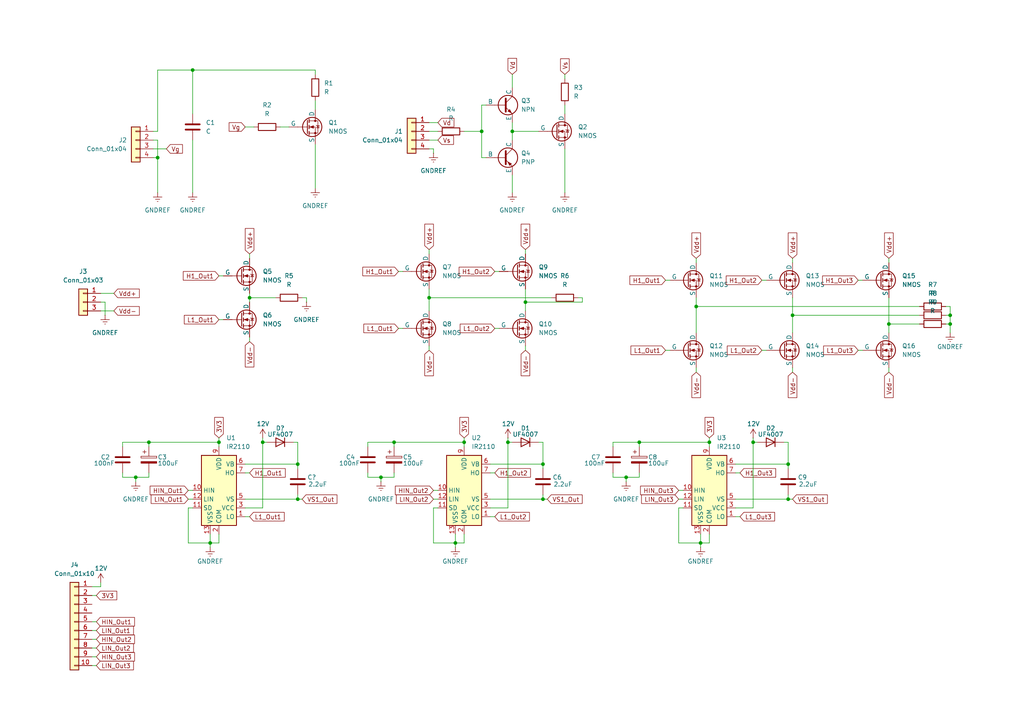
<source format=kicad_sch>
(kicad_sch (version 20250114) (generator "eeschema") (generator_version "9.0")
  (paper "A4")
  (lib_symbols
    (symbol "Connector_Generic:Conn_01x03" (pin_names (offset 1.016) (hide yes))
      (property "Reference" "J" (at 0 5.08 0))
      (property "Value" "Conn_01x03" (at 0 -5.08 0))
      (symbol "Conn_01x03_1_1"
        (rectangle (start -1.27 3.81) (end 1.27 -3.81) (stroke (width 0.254)) (fill (type background)))
        (rectangle (start -1.27 2.667) (end 0 2.413) (stroke (width 0.1524)))
        (rectangle (start -1.27 0.127) (end 0 -0.127) (stroke (width 0.1524)))
        (rectangle (start -1.27 -2.413) (end 0 -2.667) (stroke (width 0.1524)))
        (pin passive line (at -5.08 2.54 0) (length 3.81) (name "Pin_1") (number "1"))
        (pin passive line (at -5.08 0 0) (length 3.81) (name "Pin_2") (number "2"))
        (pin passive line (at -5.08 -2.54 0) (length 3.81) (name "Pin_3") (number "3"))
      )
    )
    (symbol "Connector_Generic:Conn_01x04" (pin_names (offset 1.016) (hide yes))
      (property "Reference" "J" (at 0 5.08 0))
      (property "Value" "Conn_01x04" (at 0 -7.62 0))
      (symbol "Conn_01x04_1_1"
        (rectangle (start -1.27 3.81) (end 1.27 -6.35) (stroke (width 0.254)) (fill (type background)))
        (rectangle (start -1.27 2.667) (end 0 2.413) (stroke (width 0.1524)))
        (rectangle (start -1.27 0.127) (end 0 -0.127) (stroke (width 0.1524)))
        (rectangle (start -1.27 -2.413) (end 0 -2.667) (stroke (width 0.1524)))
        (rectangle (start -1.27 -4.953) (end 0 -5.207) (stroke (width 0.1524)))
        (pin passive line (at -5.08 2.54 0) (length 3.81) (name "Pin_1") (number "1"))
        (pin passive line (at -5.08 0 0) (length 3.81) (name "Pin_2") (number "2"))
        (pin passive line (at -5.08 -2.54 0) (length 3.81) (name "Pin_3") (number "3"))
        (pin passive line (at -5.08 -5.08 0) (length 3.81) (name "Pin_4") (number "4"))
      )
    )
    (symbol "Connector_Generic:Conn_01x10" (pin_names (offset 1.016) (hide yes))
      (property "Reference" "J" (at 0 12.7 0))
      (property "Value" "Conn_01x10" (at 0 -15.24 0))
      (symbol "Conn_01x10_1_1"
        (rectangle (start -1.27 11.43) (end 1.27 -13.97) (stroke (width 0.254)) (fill (type background)))
        (rectangle (start -1.27 10.287) (end 0 10.033) (stroke (width 0.1524)))
        (rectangle (start -1.27 7.747) (end 0 7.493) (stroke (width 0.1524)))
        (rectangle (start -1.27 5.207) (end 0 4.953) (stroke (width 0.1524)))
        (rectangle (start -1.27 2.667) (end 0 2.413) (stroke (width 0.1524)))
        (rectangle (start -1.27 0.127) (end 0 -0.127) (stroke (width 0.1524)))
        (rectangle (start -1.27 -2.413) (end 0 -2.667) (stroke (width 0.1524)))
        (rectangle (start -1.27 -4.953) (end 0 -5.207) (stroke (width 0.1524)))
        (rectangle (start -1.27 -7.493) (end 0 -7.747) (stroke (width 0.1524)))
        (rectangle (start -1.27 -10.033) (end 0 -10.287) (stroke (width 0.1524)))
        (rectangle (start -1.27 -12.573) (end 0 -12.827) (stroke (width 0.1524)))
        (pin passive line (at -5.08 10.16 0) (length 3.81) (name "Pin_1") (number "1"))
        (pin passive line (at -5.08 7.62 0) (length 3.81) (name "Pin_2") (number "2"))
        (pin passive line (at -5.08 5.08 0) (length 3.81) (name "Pin_3") (number "3"))
        (pin passive line (at -5.08 2.54 0) (length 3.81) (name "Pin_4") (number "4"))
        (pin passive line (at -5.08 0 0) (length 3.81) (name "Pin_5") (number "5"))
        (pin passive line (at -5.08 -2.54 0) (length 3.81) (name "Pin_6") (number "6"))
        (pin passive line (at -5.08 -5.08 0) (length 3.81) (name "Pin_7") (number "7"))
        (pin passive line (at -5.08 -7.62 0) (length 3.81) (name "Pin_8") (number "8"))
        (pin passive line (at -5.08 -10.16 0) (length 3.81) (name "Pin_9") (number "9"))
        (pin passive line (at -5.08 -12.7 0) (length 3.81) (name "Pin_10") (number "10"))
      )
    )
    (symbol "Device:C" (pin_numbers (hide yes)) (pin_names (offset 0.254))
      (property "Reference" "C" (at 0.635 2.54 0))
      (property "Value" "C" (at 0.635 -2.54 0))
      (symbol "C_0_1"
        (polyline (pts (xy -2.032 0.762) (xy 2.032 0.762)) (stroke (width 0.508)))
        (polyline (pts (xy -2.032 -0.762) (xy 2.032 -0.762)) (stroke (width 0.508)))
      )
      (symbol "C_1_1"
        (pin passive line (at 0 3.81 270) (length 2.794) (name "~") (number "1"))
        (pin passive line (at 0 -3.81 90) (length 2.794) (name "~") (number "2"))
      )
    )
    (symbol "Device:C_Polarized" (pin_numbers (hide yes)) (pin_names (offset 0.254))
      (property "Reference" "C" (at 0.635 2.54 0))
      (property "Value" "C_Polarized" (at 0.635 -2.54 0))
      (symbol "C_Polarized_0_1"
        (rectangle (start -2.286 0.508) (end 2.286 1.016))
        (polyline (pts (xy -1.778 2.286) (xy -0.762 2.286)))
        (polyline (pts (xy -1.27 2.794) (xy -1.27 1.778)))
        (rectangle (start 2.286 -0.508) (end -2.286 -1.016) (fill (type outline)))
      )
      (symbol "C_Polarized_1_1"
        (pin passive line (at 0 3.81 270) (length 2.794) (name "~") (number "1"))
        (pin passive line (at 0 -3.81 90) (length 2.794) (name "~") (number "2"))
      )
    )
    (symbol "Device:D" (pin_numbers (hide yes)) (pin_names (offset 1.016) (hide yes))
      (property "Reference" "D" (at 0 2.54 0))
      (property "Value" "D" (at 0 -2.54 0))
      (symbol "D_0_1"
        (polyline (pts (xy -1.27 1.27) (xy -1.27 -1.27)) (stroke (width 0.254)))
        (polyline (pts (xy 1.27 1.27) (xy 1.27 -1.27) (xy -1.27 0) (xy 1.27 1.27)) (stroke (width 0.254)))
        (polyline (pts (xy 1.27 0) (xy -1.27 0)))
      )
      (symbol "D_1_1"
        (pin passive line (at -3.81 0 0) (length 2.54) (name "K") (number "1"))
        (pin passive line (at 3.81 0 180) (length 2.54) (name "A") (number "2"))
      )
    )
    (symbol "Device:R" (pin_numbers (hide yes)) (pin_names (offset 0))
      (property "Reference" "R" (at 2.032 0 90))
      (property "Value" "R" (at 0 0 90))
      (symbol "R_0_1"
        (rectangle (start -1.016 -2.54) (end 1.016 2.54) (stroke (width 0.254)))
      )
      (symbol "R_1_1"
        (pin passive line (at 0 3.81 270) (length 1.27) (name "~") (number "1"))
        (pin passive line (at 0 -3.81 90) (length 1.27) (name "~") (number "2"))
      )
    )
    (symbol "Driver_FET:IR2110"
      (property "Reference" "U" (at 1.27 13.335 0))
      (property "Value" "IR2110" (at 1.27 11.43 0))
      (symbol "IR2110_0_1"
        (rectangle (start -5.08 -10.16) (end 5.08 10.16) (stroke (width 0.254)) (fill (type background)))
      )
      (symbol "IR2110_1_1"
        (pin input line (at -7.62 0 0) (length 2.54) (name "HIN") (number "10"))
        (pin input line (at -7.62 -2.54 0) (length 2.54) (name "LIN") (number "12"))
        (pin input line (at -7.62 -5.08 0) (length 2.54) (name "SD") (number "11"))
        (pin no_connect line (at -5.08 7.62 0) (length 2.54) (hide yes) (name "NC") (number "4"))
        (pin no_connect line (at -5.08 5.08 0) (length 2.54) (hide yes) (name "NC") (number "8"))
        (pin no_connect line (at -5.08 2.54 0) (length 2.54) (hide yes) (name "NC") (number "14"))
        (pin power_in line (at -2.54 -12.7 90) (length 2.54) (name "VSS") (number "13"))
        (pin power_in line (at 0 12.7 270) (length 2.54) (name "VDD") (number "9"))
        (pin power_in line (at 0 -12.7 90) (length 2.54) (name "COM") (number "2"))
        (pin passive line (at 7.62 7.62 180) (length 2.54) (name "VB") (number "6"))
        (pin output line (at 7.62 5.08 180) (length 2.54) (name "HO") (number "7"))
        (pin passive line (at 7.62 -2.54 180) (length 2.54) (name "VS") (number "5"))
        (pin power_in line (at 7.62 -5.08 180) (length 2.54) (name "VCC") (number "3"))
        (pin output line (at 7.62 -7.62 180) (length 2.54) (name "LO") (number "1"))
      )
    )
    (symbol "Simulation_SPICE:NMOS" (pin_numbers (hide yes)) (pin_names (offset 0))
      (property "Reference" "Q" (at 5.08 1.27 0))
      (property "Value" "NMOS" (at 5.08 -1.27 0))
      (symbol "NMOS_0_1"
        (polyline (pts (xy 0.254 1.905) (xy 0.254 -1.905)) (stroke (width 0.254)))
        (polyline (pts (xy 0.254 0) (xy -2.54 0)))
        (polyline (pts (xy 0.762 2.286) (xy 0.762 1.27)) (stroke (width 0.254)))
        (polyline (pts (xy 0.762 0.508) (xy 0.762 -0.508)) (stroke (width 0.254)))
        (polyline (pts (xy 0.762 -1.27) (xy 0.762 -2.286)) (stroke (width 0.254)))
        (polyline (pts (xy 0.762 -1.778) (xy 3.302 -1.778) (xy 3.302 1.778) (xy 0.762 1.778)))
        (polyline (pts (xy 1.016 0) (xy 2.032 0.381) (xy 2.032 -0.381) (xy 1.016 0)) (fill (type outline)))
        (circle (center 1.651 0) (radius 2.794) (stroke (width 0.254)))
        (polyline (pts (xy 2.54 2.54) (xy 2.54 1.778)))
        (circle (center 2.54 1.778) (radius 0.254) (fill (type outline)))
        (circle (center 2.54 -1.778) (radius 0.254) (fill (type outline)))
        (polyline (pts (xy 2.54 -2.54) (xy 2.54 0) (xy 0.762 0)))
        (polyline (pts (xy 2.794 0.508) (xy 2.921 0.381) (xy 3.683 0.381) (xy 3.81 0.254)))
        (polyline (pts (xy 3.302 0.381) (xy 2.921 -0.254) (xy 3.683 -0.254) (xy 3.302 0.381)))
      )
      (symbol "NMOS_1_1"
        (pin input line (at -5.08 0 0) (length 2.54) (name "G") (number "2"))
        (pin passive line (at 2.54 5.08 270) (length 2.54) (name "D") (number "1"))
        (pin passive line (at 2.54 -5.08 90) (length 2.54) (name "S") (number "3"))
      )
    )
    (symbol "Simulation_SPICE:NPN" (pin_numbers (hide yes)) (pin_names (offset 0))
      (property "Reference" "Q" (at -2.54 7.62 0))
      (property "Value" "NPN" (at -2.54 5.08 0))
      (symbol "NPN_0_1"
        (polyline (pts (xy -2.54 0) (xy 0.635 0)) (stroke (width 0.1524)))
        (polyline (pts (xy 0.635 1.905) (xy 0.635 -1.905) (xy 0.635 -1.905)) (stroke (width 0.508)))
        (polyline (pts (xy 0.635 0.635) (xy 2.54 2.54)))
        (polyline (pts (xy 0.635 -0.635) (xy 2.54 -2.54) (xy 2.54 -2.54)))
        (circle (center 1.27 0) (radius 2.8194) (stroke (width 0.254)))
        (polyline (pts (xy 1.27 -1.778) (xy 1.778 -1.27) (xy 2.286 -2.286) (xy 1.27 -1.778) (xy 1.27 -1.778)) (fill (type outline)))
        (polyline (pts (xy 2.794 -1.27) (xy 2.794 -1.27)) (stroke (width 0.1524)))
        (polyline (pts (xy 2.794 -1.27) (xy 2.794 -1.27)) (stroke (width 0.1524)))
      )
      (symbol "NPN_1_1"
        (pin input line (at -5.08 0 0) (length 2.54) (name "B") (number "2"))
        (pin open_collector line (at 2.54 5.08 270) (length 2.54) (name "C") (number "1"))
        (pin open_emitter line (at 2.54 -5.08 90) (length 2.54) (name "E") (number "3"))
      )
    )
    (symbol "Simulation_SPICE:PNP" (pin_numbers (hide yes)) (pin_names (offset 0))
      (property "Reference" "Q" (at -2.54 7.62 0))
      (property "Value" "PNP" (at -2.54 5.08 0))
      (symbol "PNP_0_1"
        (polyline (pts (xy -2.54 0) (xy 0.635 0)) (stroke (width 0.1524)))
        (polyline (pts (xy 0.635 1.905) (xy 0.635 -1.905) (xy 0.635 -1.905)) (stroke (width 0.508)))
        (polyline (pts (xy 0.635 0.635) (xy 2.54 2.54)))
        (polyline (pts (xy 0.635 -0.635) (xy 2.54 -2.54) (xy 2.54 -2.54)))
        (circle (center 1.27 0) (radius 2.8194) (stroke (width 0.254)))
        (polyline (pts (xy 2.286 -1.778) (xy 1.778 -2.286) (xy 1.27 -1.27) (xy 2.286 -1.778) (xy 2.286 -1.778)) (fill (type outline)))
      )
      (symbol "PNP_1_1"
        (pin input line (at -5.08 0 0) (length 2.54) (name "B") (number "2"))
        (pin open_collector line (at 2.54 5.08 270) (length 2.54) (name "C") (number "1"))
        (pin open_emitter line (at 2.54 -5.08 90) (length 2.54) (name "E") (number "3"))
      )
    )
    (symbol "power:+12V" (power) (pin_numbers (hide yes)) (pin_names (offset 0) (hide yes))
      (property "Value" "+12V" (at 0 3.556 0))
      (symbol "+12V_0_1"
        (polyline (pts (xy -0.762 1.27) (xy 0 2.54)))
        (polyline (pts (xy 0 2.54) (xy 0.762 1.27)))
        (polyline (pts (xy 0 0) (xy 0 2.54)))
      )
      (symbol "+12V_1_1"
        (pin power_in line (at 0 0 90) (length 0) (name "~") (number "1"))
      )
    )
    (symbol "power:GNDREF" (power) (pin_numbers (hide yes)) (pin_names (offset 0) (hide yes))
      (property "Value" "GNDREF" (at 0 -3.81 0))
      (symbol "GNDREF_0_1"
        (polyline (pts (xy -0.635 -1.905) (xy 0.635 -1.905)))
        (polyline (pts (xy -0.127 -2.54) (xy 0.127 -2.54)))
        (polyline (pts (xy 0 -1.27) (xy 0 0)))
        (polyline (pts (xy 1.27 -1.27) (xy -1.27 -1.27)))
      )
      (symbol "GNDREF_1_1"
        (pin power_in line (at 0 0 270) (length 0) (name "~") (number "1"))
      )
    )
  )
  (junction (at 201.93 88.9))
  (junction (at 55.88 20.32))
  (junction (at 218.44 128.27))
  (junction (at 39.37 138.43))
  (junction (at 205.74 128.27))
  (junction (at 63.5 128.27))
  (junction (at 147.32 128.27))
  (junction (at 257.81 93.98))
  (junction (at 157.48 144.78))
  (junction (at 185.42 128.27))
  (junction (at 152.4 87.63))
  (junction (at 134.62 128.27))
  (junction (at 60.96 157.48))
  (junction (at 275.59 91.44))
  (junction (at 139.7 38.1))
  (junction (at 124.46 86.36))
  (junction (at 72.39 86.36))
  (junction (at 181.61 138.43))
  (junction (at 275.59 93.98))
  (junction (at 86.36 144.78))
  (junction (at 157.48 134.62))
  (junction (at 229.87 91.44))
  (junction (at 203.2 157.48))
  (junction (at 43.18 128.27))
  (junction (at 132.08 157.48))
  (junction (at 45.72 45.72))
  (junction (at 110.49 138.43))
  (junction (at 86.36 134.62))
  (junction (at 76.2 128.27))
  (junction (at 228.6 144.78))
  (junction (at 148.59 38.1))
  (junction (at 114.3 128.27))
  (junction (at 228.6 134.62))
  (wire (pts (xy 181.61 139.7) (xy 181.61 138.43)))
  (wire (pts (xy 27.94 190.5) (xy 26.67 190.5)))
  (wire (pts (xy 229.87 91.44) (xy 229.87 96.52)))
  (wire (pts (xy 124.46 86.36) (xy 160.02 86.36)))
  (wire (pts (xy 106.68 138.43) (xy 110.49 138.43)))
  (wire (pts (xy 220.98 101.6) (xy 222.25 101.6)))
  (wire (pts (xy 29.21 85.09) (xy 33.02 85.09)))
  (wire (pts (xy 201.93 88.9) (xy 266.7 88.9)))
  (wire (pts (xy 228.6 144.78) (xy 229.87 144.78)))
  (wire (pts (xy 218.44 127) (xy 218.44 128.27)))
  (wire (pts (xy 196.85 144.78) (xy 198.12 144.78)))
  (wire (pts (xy 139.7 30.48) (xy 139.7 38.1)))
  (wire (pts (xy 71.12 149.86) (xy 72.39 149.86)))
  (wire (pts (xy 218.44 147.32) (xy 218.44 128.27)))
  (wire (pts (xy 168.91 86.36) (xy 167.64 86.36)))
  (wire (pts (xy 106.68 128.27) (xy 106.68 129.54)))
  (wire (pts (xy 205.74 128.27) (xy 205.74 129.54)))
  (wire (pts (xy 29.21 87.63) (xy 30.48 87.63)))
  (wire (pts (xy 257.81 93.98) (xy 266.7 93.98)))
  (wire (pts (xy 63.5 157.48) (xy 60.96 157.48)))
  (wire (pts (xy 213.36 149.86) (xy 214.63 149.86)))
  (wire (pts (xy 213.36 147.32) (xy 218.44 147.32)))
  (wire (pts (xy 177.8 137.16) (xy 177.8 138.43)))
  (wire (pts (xy 185.42 138.43) (xy 181.61 138.43)))
  (wire (pts (xy 43.18 138.43) (xy 39.37 138.43)))
  (wire (pts (xy 124.46 40.64) (xy 127 40.64)))
  (wire (pts (xy 35.56 138.43) (xy 39.37 138.43)))
  (wire (pts (xy 106.68 128.27) (xy 114.3 128.27)))
  (wire (pts (xy 88.9 86.36) (xy 88.9 87.63)))
  (wire (pts (xy 27.94 180.34) (xy 26.67 180.34)))
  (wire (pts (xy 27.94 172.72) (xy 26.67 172.72)))
  (wire (pts (xy 275.59 93.98) (xy 275.59 91.44)))
  (wire (pts (xy 54.61 147.32) (xy 54.61 157.48)))
  (wire (pts (xy 35.56 137.16) (xy 35.56 138.43)))
  (wire (pts (xy 196.85 142.24) (xy 198.12 142.24)))
  (wire (pts (xy 29.21 170.18) (xy 29.21 168.91)))
  (wire (pts (xy 125.73 142.24) (xy 127 142.24)))
  (wire (pts (xy 124.46 38.1) (xy 127 38.1)))
  (wire (pts (xy 134.62 127) (xy 134.62 128.27)))
  (wire (pts (xy 227.33 128.27) (xy 228.6 128.27)))
  (wire (pts (xy 125.73 147.32) (xy 127 147.32)))
  (wire (pts (xy 228.6 134.62) (xy 228.6 128.27)))
  (wire (pts (xy 148.59 21.59) (xy 148.59 25.4)))
  (wire (pts (xy 139.7 45.72) (xy 139.7 38.1)))
  (wire (pts (xy 63.5 92.71) (xy 64.77 92.71)))
  (wire (pts (xy 87.63 86.36) (xy 88.9 86.36)))
  (wire (pts (xy 228.6 143.51) (xy 228.6 144.78)))
  (wire (pts (xy 201.93 106.68) (xy 201.93 107.95)))
  (wire (pts (xy 275.59 91.44) (xy 274.32 91.44)))
  (wire (pts (xy 140.97 30.48) (xy 139.7 30.48)))
  (wire (pts (xy 163.83 21.59) (xy 163.83 22.86)))
  (wire (pts (xy 177.8 128.27) (xy 185.42 128.27)))
  (wire (pts (xy 125.73 147.32) (xy 125.73 157.48)))
  (wire (pts (xy 156.21 128.27) (xy 157.48 128.27)))
  (wire (pts (xy 257.81 86.36) (xy 257.81 93.98)))
  (wire (pts (xy 91.44 20.32) (xy 91.44 21.59)))
  (wire (pts (xy 134.62 128.27) (xy 134.62 129.54)))
  (wire (pts (xy 220.98 81.28) (xy 222.25 81.28)))
  (wire (pts (xy 157.48 134.62) (xy 157.48 128.27)))
  (wire (pts (xy 134.62 157.48) (xy 132.08 157.48)))
  (wire (pts (xy 54.61 144.78) (xy 55.88 144.78)))
  (wire (pts (xy 124.46 100.33) (xy 124.46 101.6)))
  (wire (pts (xy 124.46 72.39) (xy 124.46 73.66)))
  (wire (pts (xy 248.92 81.28) (xy 250.19 81.28)))
  (wire (pts (xy 45.72 38.1) (xy 44.45 38.1)))
  (wire (pts (xy 275.59 88.9) (xy 275.59 91.44)))
  (wire (pts (xy 142.24 144.78) (xy 157.48 144.78)))
  (wire (pts (xy 124.46 35.56) (xy 127 35.56)))
  (wire (pts (xy 185.42 137.16) (xy 185.42 138.43)))
  (wire (pts (xy 124.46 86.36) (xy 124.46 90.17)))
  (wire (pts (xy 152.4 72.39) (xy 152.4 73.66)))
  (wire (pts (xy 35.56 128.27) (xy 35.56 129.54)))
  (wire (pts (xy 203.2 157.48) (xy 203.2 154.94)))
  (wire (pts (xy 163.83 43.18) (xy 163.83 55.88)))
  (wire (pts (xy 114.3 128.27) (xy 134.62 128.27)))
  (wire (pts (xy 148.59 50.8) (xy 148.59 55.88)))
  (wire (pts (xy 86.36 143.51) (xy 86.36 144.78)))
  (wire (pts (xy 177.8 138.43) (xy 181.61 138.43)))
  (wire (pts (xy 71.12 147.32) (xy 76.2 147.32)))
  (wire (pts (xy 132.08 157.48) (xy 132.08 158.75)))
  (wire (pts (xy 148.59 38.1) (xy 156.21 38.1)))
  (wire (pts (xy 76.2 128.27) (xy 77.47 128.27)))
  (wire (pts (xy 60.96 157.48) (xy 60.96 154.94)))
  (wire (pts (xy 110.49 139.7) (xy 110.49 138.43)))
  (wire (pts (xy 71.12 36.83) (xy 73.66 36.83)))
  (wire (pts (xy 27.94 187.96) (xy 26.67 187.96)))
  (wire (pts (xy 143.51 95.25) (xy 144.78 95.25)))
  (wire (pts (xy 257.81 93.98) (xy 257.81 96.52)))
  (wire (pts (xy 229.87 91.44) (xy 266.7 91.44)))
  (wire (pts (xy 114.3 138.43) (xy 110.49 138.43)))
  (wire (pts (xy 147.32 147.32) (xy 147.32 128.27)))
  (wire (pts (xy 248.92 101.6) (xy 250.19 101.6)))
  (wire (pts (xy 27.94 185.42) (xy 26.67 185.42)))
  (wire (pts (xy 54.61 147.32) (xy 55.88 147.32)))
  (wire (pts (xy 142.24 134.62) (xy 157.48 134.62)))
  (wire (pts (xy 229.87 86.36) (xy 229.87 91.44)))
  (wire (pts (xy 203.2 157.48) (xy 203.2 158.75)))
  (wire (pts (xy 29.21 90.17) (xy 33.02 90.17)))
  (wire (pts (xy 45.72 45.72) (xy 45.72 55.88)))
  (wire (pts (xy 114.3 128.27) (xy 114.3 129.54)))
  (wire (pts (xy 196.85 147.32) (xy 198.12 147.32)))
  (wire (pts (xy 148.59 35.56) (xy 148.59 38.1)))
  (wire (pts (xy 72.39 86.36) (xy 80.01 86.36)))
  (wire (pts (xy 275.59 88.9) (xy 274.32 88.9)))
  (wire (pts (xy 205.74 157.48) (xy 203.2 157.48)))
  (wire (pts (xy 142.24 149.86) (xy 143.51 149.86)))
  (wire (pts (xy 193.04 101.6) (xy 194.31 101.6)))
  (wire (pts (xy 163.83 30.48) (xy 163.83 33.02)))
  (wire (pts (xy 43.18 137.16) (xy 43.18 138.43)))
  (wire (pts (xy 132.08 157.48) (xy 132.08 154.94)))
  (wire (pts (xy 26.67 170.18) (xy 29.21 170.18)))
  (wire (pts (xy 71.12 134.62) (xy 86.36 134.62)))
  (wire (pts (xy 229.87 106.68) (xy 229.87 107.95)))
  (wire (pts (xy 196.85 157.48) (xy 203.2 157.48)))
  (wire (pts (xy 157.48 134.62) (xy 157.48 135.89)))
  (wire (pts (xy 86.36 134.62) (xy 86.36 128.27)))
  (wire (pts (xy 115.57 95.25) (xy 116.84 95.25)))
  (wire (pts (xy 115.57 78.74) (xy 116.84 78.74)))
  (wire (pts (xy 142.24 147.32) (xy 147.32 147.32)))
  (wire (pts (xy 85.09 128.27) (xy 86.36 128.27)))
  (wire (pts (xy 44.45 43.18) (xy 48.26 43.18)))
  (wire (pts (xy 201.93 74.93) (xy 201.93 76.2)))
  (wire (pts (xy 63.5 127) (xy 63.5 128.27)))
  (wire (pts (xy 125.73 43.18) (xy 125.73 44.45)))
  (wire (pts (xy 193.04 81.28) (xy 194.31 81.28)))
  (wire (pts (xy 72.39 97.79) (xy 72.39 99.06)))
  (wire (pts (xy 76.2 127) (xy 76.2 128.27)))
  (wire (pts (xy 86.36 134.62) (xy 86.36 135.89)))
  (wire (pts (xy 43.18 128.27) (xy 43.18 129.54)))
  (wire (pts (xy 152.4 100.33) (xy 152.4 101.6)))
  (wire (pts (xy 147.32 128.27) (xy 148.59 128.27)))
  (wire (pts (xy 124.46 83.82) (xy 124.46 86.36)))
  (wire (pts (xy 91.44 41.91) (xy 91.44 54.61)))
  (wire (pts (xy 72.39 85.09) (xy 72.39 86.36)))
  (wire (pts (xy 81.28 36.83) (xy 83.82 36.83)))
  (wire (pts (xy 86.36 144.78) (xy 87.63 144.78)))
  (wire (pts (xy 143.51 78.74) (xy 144.78 78.74)))
  (wire (pts (xy 45.72 40.64) (xy 45.72 45.72)))
  (wire (pts (xy 45.72 38.1) (xy 45.72 20.32)))
  (wire (pts (xy 72.39 73.66) (xy 72.39 74.93)))
  (wire (pts (xy 125.73 157.48) (xy 132.08 157.48)))
  (wire (pts (xy 257.81 106.68) (xy 257.81 107.95)))
  (wire (pts (xy 205.74 154.94) (xy 205.74 157.48)))
  (wire (pts (xy 152.4 90.17) (xy 152.4 87.63)))
  (wire (pts (xy 185.42 128.27) (xy 205.74 128.27)))
  (wire (pts (xy 139.7 38.1) (xy 134.62 38.1)))
  (wire (pts (xy 35.56 128.27) (xy 43.18 128.27)))
  (wire (pts (xy 205.74 127) (xy 205.74 128.27)))
  (wire (pts (xy 72.39 86.36) (xy 72.39 87.63)))
  (wire (pts (xy 54.61 142.24) (xy 55.88 142.24)))
  (wire (pts (xy 140.97 45.72) (xy 139.7 45.72)))
  (wire (pts (xy 114.3 137.16) (xy 114.3 138.43)))
  (wire (pts (xy 196.85 147.32) (xy 196.85 157.48)))
  (wire (pts (xy 125.73 144.78) (xy 127 144.78)))
  (wire (pts (xy 91.44 29.21) (xy 91.44 31.75)))
  (wire (pts (xy 213.36 134.62) (xy 228.6 134.62)))
  (wire (pts (xy 228.6 134.62) (xy 228.6 135.89)))
  (wire (pts (xy 45.72 40.64) (xy 44.45 40.64)))
  (wire (pts (xy 147.32 127) (xy 147.32 128.27)))
  (wire (pts (xy 30.48 87.63) (xy 30.48 91.44)))
  (wire (pts (xy 54.61 157.48) (xy 60.96 157.48)))
  (wire (pts (xy 201.93 88.9) (xy 201.93 96.52)))
  (wire (pts (xy 257.81 74.93) (xy 257.81 76.2)))
  (wire (pts (xy 71.12 137.16) (xy 72.39 137.16)))
  (wire (pts (xy 71.12 144.78) (xy 86.36 144.78)))
  (wire (pts (xy 148.59 38.1) (xy 148.59 40.64)))
  (wire (pts (xy 27.94 193.04) (xy 26.67 193.04)))
  (wire (pts (xy 185.42 128.27) (xy 185.42 129.54)))
  (wire (pts (xy 157.48 144.78) (xy 158.75 144.78)))
  (wire (pts (xy 157.48 143.51) (xy 157.48 144.78)))
  (wire (pts (xy 63.5 154.94) (xy 63.5 157.48)))
  (wire (pts (xy 55.88 40.64) (xy 55.88 55.88)))
  (wire (pts (xy 274.32 93.98) (xy 275.59 93.98)))
  (wire (pts (xy 229.87 74.93) (xy 229.87 76.2)))
  (wire (pts (xy 76.2 147.32) (xy 76.2 128.27)))
  (wire (pts (xy 124.46 43.18) (xy 125.73 43.18)))
  (wire (pts (xy 63.5 128.27) (xy 63.5 129.54)))
  (wire (pts (xy 152.4 87.63) (xy 168.91 87.63)))
  (wire (pts (xy 60.96 157.48) (xy 60.96 158.75)))
  (wire (pts (xy 213.36 137.16) (xy 214.63 137.16)))
  (wire (pts (xy 43.18 128.27) (xy 63.5 128.27)))
  (wire (pts (xy 39.37 139.7) (xy 39.37 138.43)))
  (wire (pts (xy 134.62 154.94) (xy 134.62 157.48)))
  (wire (pts (xy 201.93 86.36) (xy 201.93 88.9)))
  (wire (pts (xy 45.72 20.32) (xy 55.88 20.32)))
  (wire (pts (xy 142.24 137.16) (xy 143.51 137.16)))
  (wire (pts (xy 63.5 80.01) (xy 64.77 80.01)))
  (wire (pts (xy 218.44 128.27) (xy 219.71 128.27)))
  (wire (pts (xy 55.88 20.32) (xy 91.44 20.32)))
  (wire (pts (xy 168.91 86.36) (xy 168.91 87.63)))
  (wire (pts (xy 213.36 144.78) (xy 228.6 144.78)))
  (wire (pts (xy 55.88 33.02) (xy 55.88 20.32)))
  (wire (pts (xy 177.8 128.27) (xy 177.8 129.54)))
  (wire (pts (xy 106.68 137.16) (xy 106.68 138.43)))
  (wire (pts (xy 44.45 45.72) (xy 45.72 45.72)))
  (wire (pts (xy 275.59 93.98) (xy 275.59 96.52)))
  (wire (pts (xy 152.4 83.82) (xy 152.4 87.63)))
  (wire (pts (xy 27.94 182.88) (xy 26.67 182.88)))
  (global_label "LIN_Out2" (shape input) (at 27.94 187.96 0) (property "Intersheetrefs" "${INTERSHEET_REFS}" (effects (hide yes))))
  (global_label "LIN_Out3" (shape input) (at 27.94 193.04 0) (property "Intersheetrefs" "${INTERSHEET_REFS}" (effects (hide yes))))
  (global_label "Vdd-" (shape input) (at 72.39 99.06 270) (property "Intersheetrefs" "${INTERSHEET_REFS}" (effects (hide yes))))
  (global_label "HIN_Out2" (shape input) (at 125.73 142.24 180) (property "Intersheetrefs" "${INTERSHEET_REFS}" (effects (hide yes))))
  (global_label "3V3" (shape input) (at 205.74 127 90) (property "Intersheetrefs" "${INTERSHEET_REFS}" (effects (hide yes))))
  (global_label "Vdd+" (shape input) (at 152.4 72.39 90) (property "Intersheetrefs" "${INTERSHEET_REFS}" (effects (hide yes))))
  (global_label "L1_Out3" (shape input) (at 248.92 101.6 180) (property "Intersheetrefs" "${INTERSHEET_REFS}" (effects (hide yes))))
  (global_label "Vd" (shape input) (at 148.59 21.59 90) (property "Intersheetrefs" "${INTERSHEET_REFS}" (effects (hide yes))))
  (global_label "LIN_Out1" (shape input) (at 54.61 144.78 180) (property "Intersheetrefs" "${INTERSHEET_REFS}" (effects (hide yes))))
  (global_label "Vdd+" (shape input) (at 124.46 72.39 90) (property "Intersheetrefs" "${INTERSHEET_REFS}" (effects (hide yes))))
  (global_label "L1_Out2" (shape input) (at 220.98 101.6 180) (property "Intersheetrefs" "${INTERSHEET_REFS}" (effects (hide yes))))
  (global_label "3V3" (shape input) (at 134.62 127 90) (property "Intersheetrefs" "${INTERSHEET_REFS}" (effects (hide yes))))
  (global_label "H1_Out2" (shape input) (at 143.51 137.16 0) (property "Intersheetrefs" "${INTERSHEET_REFS}" (effects (hide yes))))
  (global_label "Vs" (shape input) (at 163.83 21.59 90) (property "Intersheetrefs" "${INTERSHEET_REFS}" (effects (hide yes))))
  (global_label "VS1_Out" (shape input) (at 229.87 144.78 0) (property "Intersheetrefs" "${INTERSHEET_REFS}" (effects (hide yes))))
  (global_label "L1_Out2" (shape input) (at 143.51 95.25 180) (property "Intersheetrefs" "${INTERSHEET_REFS}" (effects (hide yes))))
  (global_label "Vdd-" (shape input) (at 201.93 107.95 270) (property "Intersheetrefs" "${INTERSHEET_REFS}" (effects (hide yes))))
  (global_label "VS1_Out" (shape input) (at 158.75 144.78 0) (property "Intersheetrefs" "${INTERSHEET_REFS}" (effects (hide yes))))
  (global_label "Vdd-" (shape input) (at 33.02 90.17 0) (property "Intersheetrefs" "${INTERSHEET_REFS}" (effects (hide yes))))
  (global_label "Vdd-" (shape input) (at 257.81 107.95 270) (property "Intersheetrefs" "${INTERSHEET_REFS}" (effects (hide yes))))
  (global_label "H1_Out2" (shape input) (at 143.51 78.74 180) (property "Intersheetrefs" "${INTERSHEET_REFS}" (effects (hide yes))))
  (global_label "H1_Out3" (shape input) (at 248.92 81.28 180) (property "Intersheetrefs" "${INTERSHEET_REFS}" (effects (hide yes))))
  (global_label "Vdd+" (shape input) (at 33.02 85.09 0) (property "Intersheetrefs" "${INTERSHEET_REFS}" (effects (hide yes))))
  (global_label "Vdd+" (shape input) (at 257.81 74.93 90) (property "Intersheetrefs" "${INTERSHEET_REFS}" (effects (hide yes))))
  (global_label "Vd" (shape input) (at 127 35.56 0) (property "Intersheetrefs" "${INTERSHEET_REFS}" (effects (hide yes))))
  (global_label "3V3" (shape input) (at 63.5 127 90) (property "Intersheetrefs" "${INTERSHEET_REFS}" (effects (hide yes))))
  (global_label "L1_Out1" (shape input) (at 63.5 92.71 180) (property "Intersheetrefs" "${INTERSHEET_REFS}" (effects (hide yes))))
  (global_label "HIN_Out1" (shape input) (at 54.61 142.24 180) (property "Intersheetrefs" "${INTERSHEET_REFS}" (effects (hide yes))))
  (global_label "H1_Out2" (shape input) (at 220.98 81.28 180) (property "Intersheetrefs" "${INTERSHEET_REFS}" (effects (hide yes))))
  (global_label "L1_Out3" (shape input) (at 214.63 149.86 0) (property "Intersheetrefs" "${INTERSHEET_REFS}" (effects (hide yes))))
  (global_label "LIN_Out2" (shape input) (at 125.73 144.78 180) (property "Intersheetrefs" "${INTERSHEET_REFS}" (effects (hide yes))))
  (global_label "HIN_Out2" (shape input) (at 27.94 185.42 0) (property "Intersheetrefs" "${INTERSHEET_REFS}" (effects (hide yes))))
  (global_label "Vdd+" (shape input) (at 72.39 73.66 90) (property "Intersheetrefs" "${INTERSHEET_REFS}" (effects (hide yes))))
  (global_label "Vg" (shape input) (at 71.12 36.83 180) (property "Intersheetrefs" "${INTERSHEET_REFS}" (effects (hide yes))))
  (global_label "L1_Out1" (shape input) (at 115.57 95.25 180) (property "Intersheetrefs" "${INTERSHEET_REFS}" (effects (hide yes))))
  (global_label "LIN_Out1" (shape input) (at 27.94 182.88 0) (property "Intersheetrefs" "${INTERSHEET_REFS}" (effects (hide yes))))
  (global_label "HIN_Out1" (shape input) (at 27.94 180.34 0) (property "Intersheetrefs" "${INTERSHEET_REFS}" (effects (hide yes))))
  (global_label "Vdd+" (shape input) (at 229.87 74.93 90) (property "Intersheetrefs" "${INTERSHEET_REFS}" (effects (hide yes))))
  (global_label "H1_Out1" (shape input) (at 115.57 78.74 180) (property "Intersheetrefs" "${INTERSHEET_REFS}" (effects (hide yes))))
  (global_label "Vg" (shape input) (at 48.26 43.18 0) (property "Intersheetrefs" "${INTERSHEET_REFS}" (effects (hide yes))))
  (global_label "Vdd-" (shape input) (at 152.4 101.6 270) (property "Intersheetrefs" "${INTERSHEET_REFS}" (effects (hide yes))))
  (global_label "H1_Out1" (shape input) (at 72.39 137.16 0) (property "Intersheetrefs" "${INTERSHEET_REFS}" (effects (hide yes))))
  (global_label "Vdd-" (shape input) (at 124.46 101.6 270) (property "Intersheetrefs" "${INTERSHEET_REFS}" (effects (hide yes))))
  (global_label "HIN_Out3" (shape input) (at 196.85 142.24 180) (property "Intersheetrefs" "${INTERSHEET_REFS}" (effects (hide yes))))
  (global_label "H1_Out1" (shape input) (at 63.5 80.01 180) (property "Intersheetrefs" "${INTERSHEET_REFS}" (effects (hide yes))))
  (global_label "L1_Out1" (shape input) (at 72.39 149.86 0) (property "Intersheetrefs" "${INTERSHEET_REFS}" (effects (hide yes))))
  (global_label "Vdd-" (shape input) (at 229.87 107.95 270) (property "Intersheetrefs" "${INTERSHEET_REFS}" (effects (hide yes))))
  (global_label "L1_Out2" (shape input) (at 143.51 149.86 0) (property "Intersheetrefs" "${INTERSHEET_REFS}" (effects (hide yes))))
  (global_label "L1_Out1" (shape input) (at 193.04 101.6 180) (property "Intersheetrefs" "${INTERSHEET_REFS}" (effects (hide yes))))
  (global_label "VS1_Out" (shape input) (at 87.63 144.78 0) (property "Intersheetrefs" "${INTERSHEET_REFS}" (effects (hide yes))))
  (global_label "Vs" (shape input) (at 127 40.64 0) (property "Intersheetrefs" "${INTERSHEET_REFS}" (effects (hide yes))))
  (global_label "HIN_Out3" (shape input) (at 27.94 190.5 0) (property "Intersheetrefs" "${INTERSHEET_REFS}" (effects (hide yes))))
  (global_label "H1_Out3" (shape input) (at 214.63 137.16 0) (property "Intersheetrefs" "${INTERSHEET_REFS}" (effects (hide yes))))
  (global_label "H1_Out1" (shape input) (at 193.04 81.28 180) (property "Intersheetrefs" "${INTERSHEET_REFS}" (effects (hide yes))))
  (global_label "3V3" (shape input) (at 27.94 172.72 0) (property "Intersheetrefs" "${INTERSHEET_REFS}" (effects (hide yes))))
  (global_label "LIN_Out3" (shape input) (at 196.85 144.78 180) (property "Intersheetrefs" "${INTERSHEET_REFS}" (effects (hide yes))))
  (global_label "Vdd+" (shape input) (at 201.93 74.93 90) (property "Intersheetrefs" "${INTERSHEET_REFS}" (effects (hide yes))))
  (symbol (lib_id "Driver_FET:IR2110") (at 63.5 142.24 0) (unit 1)
    (property "Reference" "U1" (at 65.6433 127 0) (effects (justify left)))
    (property "Value" "IR2110" (at 65.6433 129.54 0) (effects (justify left)))
    (property "Footprint" "Package_DIP:DIP-14_W7.62mm" (effects (hide yes)))
    (property "Datasheet" "https://www.infineon.com/dgdl/ir2110.pdf?fileId=5546d462533600a4015355c80333167e" (effects (hide yes)))
    (property "Description" "High and Low Side Driver, 500V, 2.0/2.0A, PDIP-14" (effects (hide yes)))
  )
  (symbol (lib_id "Simulation_SPICE:NMOS") (at 121.92 78.74 0) (unit 1)
    (property "Reference" "Q7" (at 128.27 77.4699 0) (effects (justify left)))
    (property "Value" "NMOS" (at 128.27 80.0099 0) (effects (justify left)))
    (property "Datasheet" "https://ngspice.sourceforge.io/docs/ngspice-html-manual/manual.xhtml#cha_MOSFETs" (effects (hide yes)))
    (property "Description" "N-MOSFET transistor, drain/source/gate" (effects (hide yes)))
    (property "Sim.Device" "NMOS" (effects (hide yes)))
    (property "Sim.Type" "VDMOS" (effects (hide yes)))
    (property "Sim.Pins" "1=D 2=G 3=S" (effects (hide yes)))
  )
  (symbol (lib_id "Simulation_SPICE:NMOS") (at 255.27 81.28 0) (unit 1)
    (property "Reference" "Q15" (at 261.62 80.0099 0) (effects (justify left)))
    (property "Value" "NMOS" (at 261.62 82.5499 0) (effects (justify left)))
    (property "Datasheet" "https://ngspice.sourceforge.io/docs/ngspice-html-manual/manual.xhtml#cha_MOSFETs" (effects (hide yes)))
    (property "Description" "N-MOSFET transistor, drain/source/gate" (effects (hide yes)))
    (property "Sim.Device" "NMOS" (effects (hide yes)))
    (property "Sim.Type" "VDMOS" (effects (hide yes)))
    (property "Sim.Pins" "1=D 2=G 3=S" (effects (hide yes)))
  )
  (symbol (lib_id "Simulation_SPICE:PNP") (at 146.05 45.72 0) (unit 1)
    (property "Reference" "Q4" (at 151.13 44.4499 0) (effects (justify left)))
    (property "Value" "PNP" (at 151.13 46.9899 0) (effects (justify left)))
    (property "Datasheet" "https://ngspice.sourceforge.io/docs/ngspice-html-manual/manual.xhtml#cha_BJTs" (effects (hide yes)))
    (property "Description" "Bipolar transistor symbol for simulation only, substrate tied to the emitter" (effects (hide yes)))
    (property "Sim.Device" "PNP" (effects (hide yes)))
    (property "Sim.Type" "GUMMELPOON" (effects (hide yes)))
    (property "Sim.Pins" "1=C 2=B 3=E" (effects (hide yes)))
  )
  (symbol (lib_id "Simulation_SPICE:NMOS") (at 69.85 92.71 0) (unit 1)
    (property "Reference" "Q6" (at 76.2 91.4399 0) (effects (justify left)))
    (property "Value" "NMOS" (at 76.2 93.9799 0) (effects (justify left)))
    (property "Datasheet" "https://ngspice.sourceforge.io/docs/ngspice-html-manual/manual.xhtml#cha_MOSFETs" (effects (hide yes)))
    (property "Description" "N-MOSFET transistor, drain/source/gate" (effects (hide yes)))
    (property "Sim.Device" "NMOS" (effects (hide yes)))
    (property "Sim.Type" "VDMOS" (effects (hide yes)))
    (property "Sim.Pins" "1=D 2=G 3=S" (effects (hide yes)))
  )
  (symbol (lib_id "Simulation_SPICE:NPN") (at 146.05 30.48 0) (unit 1)
    (property "Reference" "Q3" (at 151.13 29.2099 0) (effects (justify left)))
    (property "Value" "NPN" (at 151.13 31.7499 0) (effects (justify left)))
    (property "Datasheet" "https://ngspice.sourceforge.io/docs/ngspice-html-manual/manual.xhtml#cha_BJTs" (effects (hide yes)))
    (property "Description" "Bipolar transistor symbol for simulation only, substrate tied to the emitter" (effects (hide yes)))
    (property "Sim.Device" "NPN" (effects (hide yes)))
    (property "Sim.Type" "GUMMELPOON" (effects (hide yes)))
    (property "Sim.Pins" "1=C 2=B 3=E" (effects (hide yes)))
  )
  (symbol (lib_id "Device:R") (at 91.44 25.4 0) (unit 1)
    (property "Reference" "R1" (at 93.98 24.1299 0) (effects (justify left)))
    (property "Value" "R" (at 93.98 26.6699 0) (effects (justify left)))
    (property "Description" "Resistor" (effects (hide yes)))
  )
  (symbol (lib_id "power:GNDREF") (at 132.08 158.75 0) (unit 1)
    (property "Reference" "#PWR012" (effects (hide yes)))
    (property "Value" "GNDREF" (at 132.08 162.814 0))
    (property "Description" "Power symbol creates a global label with name \"GNDREF\" , reference supply ground" (effects (hide yes)))
  )
  (symbol (lib_id "power:GNDREF") (at 181.61 139.7 0) (unit 1)
    (property "Reference" "#PWR015" (effects (hide yes)))
    (property "Value" "GNDREF" (at 181.61 144.78 0))
    (property "Description" "Power symbol creates a global label with name \"GNDREF\" , reference supply ground" (effects (hide yes)))
  )
  (symbol (lib_id "power:+12V") (at 218.44 127 0) (unit 1)
    (property "Reference" "#PWR017" (effects (hide yes)))
    (property "Value" "12V" (at 216.662 122.936 0) (effects (justify left)))
    (property "Description" "Power symbol creates a global label with name \"+12V\"" (effects (hide yes)))
  )
  (symbol (lib_id "power:GNDREF") (at 110.49 139.7 0) (unit 1)
    (property "Reference" "#PWR011" (effects (hide yes)))
    (property "Value" "GNDREF" (at 110.49 144.78 0))
    (property "Description" "Power symbol creates a global label with name \"GNDREF\" , reference supply ground" (effects (hide yes)))
  )
  (symbol (lib_id "Device:R") (at 270.51 91.44 90) (unit 1)
    (property "Reference" "R8" (at 270.51 85.09 90))
    (property "Value" "R" (at 270.51 87.63 90))
    (property "Description" "Resistor" (effects (hide yes)))
  )
  (symbol (lib_id "Device:D") (at 152.4 128.27 180) (unit 1)
    (property "Reference" "D1" (at 152.4 124.206 0))
    (property "Value" "UF4007" (at 152.4 125.984 0))
    (property "Footprint" "Diode_SMD:D_SMA" (effects (hide yes)))
    (property "Description" "Diode" (effects (hide yes)))
    (property "Sim.Device" "D" (effects (hide yes)))
    (property "Sim.Pins" "1=K 2=A" (effects (hide yes)))
  )
  (symbol (lib_id "Device:R") (at 163.83 26.67 0) (unit 1)
    (property "Reference" "R3" (at 166.37 25.3999 0) (effects (justify left)))
    (property "Value" "R" (at 166.37 27.9399 0) (effects (justify left)))
    (property "Description" "Resistor" (effects (hide yes)))
  )
  (symbol (lib_id "Device:C") (at 86.36 139.7 0) (unit 1)
    (property "Reference" "C?" (at 89.154 138.43 0) (effects (justify left)))
    (property "Value" "2.2uF" (at 89.408 140.462 0) (effects (justify left)))
    (property "Footprint" "Capacitor_SMD:C_1206_3216Metric" (effects (hide yes)))
    (property "Description" "Unpolarized capacitor" (effects (hide yes)))
  )
  (symbol (lib_id "Connector_Generic:Conn_01x04") (at 39.37 40.64 0) (mirror y) (unit 1)
    (property "Reference" "J2" (at 36.83 40.6399 0) (effects (justify left)))
    (property "Value" "Conn_01x04" (at 36.83 43.1799 0) (effects (justify left)))
    (property "Description" "Generic connector, single row, 01x04, script generated (kicad-library-utils/schlib/autogen/connector/)" (effects (hide yes)))
  )
  (symbol (lib_id "Simulation_SPICE:NMOS") (at 149.86 95.25 0) (unit 1)
    (property "Reference" "Q10" (at 156.21 93.9799 0) (effects (justify left)))
    (property "Value" "NMOS" (at 156.21 96.5199 0) (effects (justify left)))
    (property "Datasheet" "https://ngspice.sourceforge.io/docs/ngspice-html-manual/manual.xhtml#cha_MOSFETs" (effects (hide yes)))
    (property "Description" "N-MOSFET transistor, drain/source/gate" (effects (hide yes)))
    (property "Sim.Device" "NMOS" (effects (hide yes)))
    (property "Sim.Type" "VDMOS" (effects (hide yes)))
    (property "Sim.Pins" "1=D 2=G 3=S" (effects (hide yes)))
  )
  (symbol (lib_id "power:GNDREF") (at 91.44 54.61 0) (unit 1)
    (property "Reference" "#PWR01" (effects (hide yes)))
    (property "Value" "GNDREF" (at 91.44 59.69 0))
    (property "Description" "Power symbol creates a global label with name \"GNDREF\" , reference supply ground" (effects (hide yes)))
  )
  (symbol (lib_id "Device:R") (at 163.83 86.36 90) (unit 1)
    (property "Reference" "R6" (at 163.83 80.01 90))
    (property "Value" "R" (at 163.83 82.55 90))
    (property "Description" "Resistor" (effects (hide yes)))
  )
  (symbol (lib_id "Device:D") (at 81.28 128.27 180) (unit 1)
    (property "Reference" "D?" (at 81.28 124.206 0))
    (property "Value" "UF4007" (at 81.28 125.984 0))
    (property "Footprint" "Diode_SMD:D_SMA" (effects (hide yes)))
    (property "Description" "Diode" (effects (hide yes)))
    (property "Sim.Device" "D" (effects (hide yes)))
    (property "Sim.Pins" "1=K 2=A" (effects (hide yes)))
  )
  (symbol (lib_id "Simulation_SPICE:NMOS") (at 88.9 36.83 0) (unit 1)
    (property "Reference" "Q1" (at 95.25 35.5599 0) (effects (justify left)))
    (property "Value" "NMOS" (at 95.25 38.0999 0) (effects (justify left)))
    (property "Datasheet" "https://ngspice.sourceforge.io/docs/ngspice-html-manual/manual.xhtml#cha_MOSFETs" (effects (hide yes)))
    (property "Description" "N-MOSFET transistor, drain/source/gate" (effects (hide yes)))
    (property "Sim.Device" "NMOS" (effects (hide yes)))
    (property "Sim.Type" "VDMOS" (effects (hide yes)))
    (property "Sim.Pins" "1=D 2=G 3=S" (effects (hide yes)))
  )
  (symbol (lib_id "Simulation_SPICE:NMOS") (at 69.85 80.01 0) (unit 1)
    (property "Reference" "Q5" (at 76.2 78.7399 0) (effects (justify left)))
    (property "Value" "NMOS" (at 76.2 81.2799 0) (effects (justify left)))
    (property "Datasheet" "https://ngspice.sourceforge.io/docs/ngspice-html-manual/manual.xhtml#cha_MOSFETs" (effects (hide yes)))
    (property "Description" "N-MOSFET transistor, drain/source/gate" (effects (hide yes)))
    (property "Sim.Device" "NMOS" (effects (hide yes)))
    (property "Sim.Type" "VDMOS" (effects (hide yes)))
    (property "Sim.Pins" "1=D 2=G 3=S" (effects (hide yes)))
  )
  (symbol (lib_id "Simulation_SPICE:NMOS") (at 161.29 38.1 0) (unit 1)
    (property "Reference" "Q2" (at 167.64 36.8299 0) (effects (justify left)))
    (property "Value" "NMOS" (at 167.64 39.3699 0) (effects (justify left)))
    (property "Datasheet" "https://ngspice.sourceforge.io/docs/ngspice-html-manual/manual.xhtml#cha_MOSFETs" (effects (hide yes)))
    (property "Description" "N-MOSFET transistor, drain/source/gate" (effects (hide yes)))
    (property "Sim.Device" "NMOS" (effects (hide yes)))
    (property "Sim.Type" "VDMOS" (effects (hide yes)))
    (property "Sim.Pins" "1=D 2=G 3=S" (effects (hide yes)))
  )
  (symbol (lib_id "power:GNDREF") (at 39.37 139.7 0) (unit 1)
    (property "Reference" "#PWR010" (effects (hide yes)))
    (property "Value" "GNDREF" (at 39.37 144.78 0))
    (property "Description" "Power symbol creates a global label with name \"GNDREF\" , reference supply ground" (effects (hide yes)))
  )
  (symbol (lib_id "power:GNDREF") (at 125.73 44.45 0) (unit 1)
    (property "Reference" "#PWR04" (effects (hide yes)))
    (property "Value" "GNDREF" (at 125.73 49.53 0))
    (property "Description" "Power symbol creates a global label with name \"GNDREF\" , reference supply ground" (effects (hide yes)))
  )
  (symbol (lib_id "power:GNDREF") (at 203.2 158.75 0) (unit 1)
    (property "Reference" "#PWR016" (effects (hide yes)))
    (property "Value" "GNDREF" (at 203.2 162.814 0))
    (property "Description" "Power symbol creates a global label with name \"GNDREF\" , reference supply ground" (effects (hide yes)))
  )
  (symbol (lib_id "power:GNDREF") (at 45.72 55.88 0) (unit 1)
    (property "Reference" "#PWR06" (effects (hide yes)))
    (property "Value" "GNDREF" (at 45.72 60.96 0))
    (property "Description" "Power symbol creates a global label with name \"GNDREF\" , reference supply ground" (effects (hide yes)))
  )
  (symbol (lib_id "Connector_Generic:Conn_01x04") (at 119.38 38.1 0) (mirror y) (unit 1)
    (property "Reference" "J1" (at 116.84 38.0999 0) (effects (justify left)))
    (property "Value" "Conn_01x04" (at 116.84 40.6399 0) (effects (justify left)))
    (property "Description" "Generic connector, single row, 01x04, script generated (kicad-library-utils/schlib/autogen/connector/)" (effects (hide yes)))
  )
  (symbol (lib_id "Device:D") (at 223.52 128.27 180) (unit 1)
    (property "Reference" "D2" (at 223.52 124.206 0))
    (property "Value" "UF4007" (at 223.52 125.984 0))
    (property "Footprint" "Diode_SMD:D_SMA" (effects (hide yes)))
    (property "Description" "Diode" (effects (hide yes)))
    (property "Sim.Device" "D" (effects (hide yes)))
    (property "Sim.Pins" "1=K 2=A" (effects (hide yes)))
  )
  (symbol (lib_id "Simulation_SPICE:NMOS") (at 199.39 81.28 0) (unit 1)
    (property "Reference" "Q11" (at 205.74 80.0099 0) (effects (justify left)))
    (property "Value" "NMOS" (at 205.74 82.5499 0) (effects (justify left)))
    (property "Datasheet" "https://ngspice.sourceforge.io/docs/ngspice-html-manual/manual.xhtml#cha_MOSFETs" (effects (hide yes)))
    (property "Description" "N-MOSFET transistor, drain/source/gate" (effects (hide yes)))
    (property "Sim.Device" "NMOS" (effects (hide yes)))
    (property "Sim.Type" "VDMOS" (effects (hide yes)))
    (property "Sim.Pins" "1=D 2=G 3=S" (effects (hide yes)))
  )
  (symbol (lib_id "Device:C") (at 177.8 133.35 0) (unit 1)
    (property "Reference" "C7" (at 171.45 132.588 0) (effects (justify left)))
    (property "Value" "100nF" (at 169.418 134.366 0) (effects (justify left)))
    (property "Footprint" "Capacitor_SMD:C_1206_3216Metric" (effects (hide yes)))
    (property "Description" "Unpolarized capacitor" (effects (hide yes)))
  )
  (symbol (lib_id "Device:C_Polarized") (at 185.42 133.35 0) (unit 1)
    (property "Reference" "C8" (at 187.96 132.588 0) (effects (justify left)))
    (property "Value" "100uF" (at 187.96 134.366 0) (effects (justify left)))
    (property "Footprint" "Capacitor_SMD:CP_Elec_8x10" (effects (hide yes)))
    (property "Description" "Polarized capacitor" (effects (hide yes)))
  )
  (symbol (lib_id "power:+12V") (at 76.2 127 0) (unit 1)
    (property "Reference" "#PWR?" (effects (hide yes)))
    (property "Value" "12V" (at 74.422 122.936 0) (effects (justify left)))
    (property "Description" "Power symbol creates a global label with name \"+12V\"" (effects (hide yes)))
  )
  (symbol (lib_id "Simulation_SPICE:NMOS") (at 255.27 101.6 0) (unit 1)
    (property "Reference" "Q16" (at 261.62 100.3299 0) (effects (justify left)))
    (property "Value" "NMOS" (at 261.62 102.8699 0) (effects (justify left)))
    (property "Datasheet" "https://ngspice.sourceforge.io/docs/ngspice-html-manual/manual.xhtml#cha_MOSFETs" (effects (hide yes)))
    (property "Description" "N-MOSFET transistor, drain/source/gate" (effects (hide yes)))
    (property "Sim.Device" "NMOS" (effects (hide yes)))
    (property "Sim.Type" "VDMOS" (effects (hide yes)))
    (property "Sim.Pins" "1=D 2=G 3=S" (effects (hide yes)))
  )
  (symbol (lib_id "Device:C") (at 55.88 36.83 0) (unit 1)
    (property "Reference" "C1" (at 59.69 35.5599 0) (effects (justify left)))
    (property "Value" "C" (at 59.69 38.0999 0) (effects (justify left)))
    (property "Description" "Unpolarized capacitor" (effects (hide yes)))
  )
  (symbol (lib_id "power:+12V") (at 147.32 127 0) (unit 1)
    (property "Reference" "#PWR013" (effects (hide yes)))
    (property "Value" "12V" (at 145.542 122.936 0) (effects (justify left)))
    (property "Description" "Power symbol creates a global label with name \"+12V\"" (effects (hide yes)))
  )
  (symbol (lib_id "Device:C") (at 35.56 133.35 0) (unit 1)
    (property "Reference" "C2" (at 29.21 132.588 0) (effects (justify left)))
    (property "Value" "100nF" (at 27.178 134.366 0) (effects (justify left)))
    (property "Footprint" "Capacitor_SMD:C_1206_3216Metric" (effects (hide yes)))
    (property "Description" "Unpolarized capacitor" (effects (hide yes)))
  )
  (symbol (lib_id "power:GNDREF") (at 55.88 55.88 0) (unit 1)
    (property "Reference" "#PWR05" (effects (hide yes)))
    (property "Value" "GNDREF" (at 55.88 60.96 0))
    (property "Description" "Power symbol creates a global label with name \"GNDREF\" , reference supply ground" (effects (hide yes)))
  )
  (symbol (lib_id "Simulation_SPICE:NMOS") (at 199.39 101.6 0) (unit 1)
    (property "Reference" "Q12" (at 205.74 100.3299 0) (effects (justify left)))
    (property "Value" "NMOS" (at 205.74 102.8699 0) (effects (justify left)))
    (property "Datasheet" "https://ngspice.sourceforge.io/docs/ngspice-html-manual/manual.xhtml#cha_MOSFETs" (effects (hide yes)))
    (property "Description" "N-MOSFET transistor, drain/source/gate" (effects (hide yes)))
    (property "Sim.Device" "NMOS" (effects (hide yes)))
    (property "Sim.Type" "VDMOS" (effects (hide yes)))
    (property "Sim.Pins" "1=D 2=G 3=S" (effects (hide yes)))
  )
  (symbol (lib_id "Connector_Generic:Conn_01x03") (at 24.13 87.63 0) (mirror y) (unit 1)
    (property "Reference" "J3" (at 24.13 78.74 0))
    (property "Value" "Conn_01x03" (at 24.13 81.28 0))
    (property "Description" "Generic connector, single row, 01x03, script generated (kicad-library-utils/schlib/autogen/connector/)" (effects (hide yes)))
  )
  (symbol (lib_id "Device:C") (at 228.6 139.7 0) (unit 1)
    (property "Reference" "C9" (at 231.394 138.43 0) (effects (justify left)))
    (property "Value" "2.2uF" (at 231.648 140.462 0) (effects (justify left)))
    (property "Footprint" "Capacitor_SMD:C_1206_3216Metric" (effects (hide yes)))
    (property "Description" "Unpolarized capacitor" (effects (hide yes)))
  )
  (symbol (lib_id "power:GNDREF") (at 148.59 55.88 0) (unit 1)
    (property "Reference" "#PWR02" (effects (hide yes)))
    (property "Value" "GNDREF" (at 148.59 60.96 0))
    (property "Description" "Power symbol creates a global label with name \"GNDREF\" , reference supply ground" (effects (hide yes)))
  )
  (symbol (lib_id "Simulation_SPICE:NMOS") (at 149.86 78.74 0) (unit 1)
    (property "Reference" "Q9" (at 156.21 77.4699 0) (effects (justify left)))
    (property "Value" "NMOS" (at 156.21 80.0099 0) (effects (justify left)))
    (property "Datasheet" "https://ngspice.sourceforge.io/docs/ngspice-html-manual/manual.xhtml#cha_MOSFETs" (effects (hide yes)))
    (property "Description" "N-MOSFET transistor, drain/source/gate" (effects (hide yes)))
    (property "Sim.Device" "NMOS" (effects (hide yes)))
    (property "Sim.Type" "VDMOS" (effects (hide yes)))
    (property "Sim.Pins" "1=D 2=G 3=S" (effects (hide yes)))
  )
  (symbol (lib_id "Driver_FET:IR2110") (at 134.62 142.24 0) (unit 1)
    (property "Reference" "U2" (at 136.7633 127 0) (effects (justify left)))
    (property "Value" "IR2110" (at 136.7633 129.54 0) (effects (justify left)))
    (property "Footprint" "Package_DIP:DIP-14_W7.62mm" (effects (hide yes)))
    (property "Datasheet" "https://www.infineon.com/dgdl/ir2110.pdf?fileId=5546d462533600a4015355c80333167e" (effects (hide yes)))
    (property "Description" "High and Low Side Driver, 500V, 2.0/2.0A, PDIP-14" (effects (hide yes)))
  )
  (symbol (lib_id "Simulation_SPICE:NMOS") (at 227.33 101.6 0) (unit 1)
    (property "Reference" "Q14" (at 233.68 100.3299 0) (effects (justify left)))
    (property "Value" "NMOS" (at 233.68 102.8699 0) (effects (justify left)))
    (property "Datasheet" "https://ngspice.sourceforge.io/docs/ngspice-html-manual/manual.xhtml#cha_MOSFETs" (effects (hide yes)))
    (property "Description" "N-MOSFET transistor, drain/source/gate" (effects (hide yes)))
    (property "Sim.Device" "NMOS" (effects (hide yes)))
    (property "Sim.Type" "VDMOS" (effects (hide yes)))
    (property "Sim.Pins" "1=D 2=G 3=S" (effects (hide yes)))
  )
  (symbol (lib_id "Device:R") (at 270.51 93.98 90) (unit 1)
    (property "Reference" "R9" (at 270.51 87.63 90))
    (property "Value" "R" (at 270.51 90.17 90))
    (property "Description" "Resistor" (effects (hide yes)))
  )
  (symbol (lib_id "Simulation_SPICE:NMOS") (at 121.92 95.25 0) (unit 1)
    (property "Reference" "Q8" (at 128.27 93.9799 0) (effects (justify left)))
    (property "Value" "NMOS" (at 128.27 96.5199 0) (effects (justify left)))
    (property "Datasheet" "https://ngspice.sourceforge.io/docs/ngspice-html-manual/manual.xhtml#cha_MOSFETs" (effects (hide yes)))
    (property "Description" "N-MOSFET transistor, drain/source/gate" (effects (hide yes)))
    (property "Sim.Device" "NMOS" (effects (hide yes)))
    (property "Sim.Type" "VDMOS" (effects (hide yes)))
    (property "Sim.Pins" "1=D 2=G 3=S" (effects (hide yes)))
  )
  (symbol (lib_id "Device:R") (at 270.51 88.9 90) (unit 1)
    (property "Reference" "R7" (at 270.51 82.55 90))
    (property "Value" "R" (at 270.51 85.09 90))
    (property "Description" "Resistor" (effects (hide yes)))
  )
  (symbol (lib_id "Connector_Generic:Conn_01x10") (at 21.59 180.34 0) (mirror y) (unit 1)
    (property "Reference" "J4" (at 21.59 163.83 0))
    (property "Value" "Conn_01x10" (at 21.59 166.37 0))
    (property "Description" "Generic connector, single row, 01x10, script generated (kicad-library-utils/schlib/autogen/connector/)" (effects (hide yes)))
  )
  (symbol (lib_id "power:GNDREF") (at 88.9 87.63 0) (unit 1)
    (property "Reference" "#PWR08" (effects (hide yes)))
    (property "Value" "GNDREF" (at 88.9 92.71 0))
    (property "Description" "Power symbol creates a global label with name \"GNDREF\" , reference supply ground" (effects (hide yes)))
  )
  (symbol (lib_id "Device:C") (at 157.48 139.7 0) (unit 1)
    (property "Reference" "C6" (at 160.274 138.43 0) (effects (justify left)))
    (property "Value" "2.2uF" (at 160.528 140.462 0) (effects (justify left)))
    (property "Footprint" "Capacitor_SMD:C_1206_3216Metric" (effects (hide yes)))
    (property "Description" "Unpolarized capacitor" (effects (hide yes)))
  )
  (symbol (lib_id "Device:R") (at 130.81 38.1 90) (unit 1)
    (property "Reference" "R4" (at 130.81 31.75 90))
    (property "Value" "R" (at 130.81 34.29 90))
    (property "Description" "Resistor" (effects (hide yes)))
  )
  (symbol (lib_id "Device:C_Polarized") (at 114.3 133.35 0) (unit 1)
    (property "Reference" "C5" (at 116.84 132.588 0) (effects (justify left)))
    (property "Value" "100uF" (at 116.84 134.366 0) (effects (justify left)))
    (property "Footprint" "Capacitor_SMD:CP_Elec_8x10" (effects (hide yes)))
    (property "Description" "Polarized capacitor" (effects (hide yes)))
  )
  (symbol (lib_id "Device:C") (at 106.68 133.35 0) (unit 1)
    (property "Reference" "C4" (at 100.33 132.588 0) (effects (justify left)))
    (property "Value" "100nF" (at 98.298 134.366 0) (effects (justify left)))
    (property "Footprint" "Capacitor_SMD:C_1206_3216Metric" (effects (hide yes)))
    (property "Description" "Unpolarized capacitor" (effects (hide yes)))
  )
  (symbol (lib_id "power:GNDREF") (at 275.59 96.52 0) (unit 1)
    (property "Reference" "#PWR014" (effects (hide yes)))
    (property "Value" "GNDREF" (at 275.59 100.584 0))
    (property "Description" "Power symbol creates a global label with name \"GNDREF\" , reference supply ground" (effects (hide yes)))
  )
  (symbol (lib_id "power:GNDREF") (at 60.96 158.75 0) (unit 1)
    (property "Reference" "#PWR09" (effects (hide yes)))
    (property "Value" "GNDREF" (at 60.96 162.814 0))
    (property "Description" "Power symbol creates a global label with name \"GNDREF\" , reference supply ground" (effects (hide yes)))
  )
  (symbol (lib_id "power:+12V") (at 29.21 168.91 0) (unit 1)
    (property "Reference" "#PWR018" (effects (hide yes)))
    (property "Value" "12V" (at 27.432 164.846 0) (effects (justify left)))
    (property "Description" "Power symbol creates a global label with name \"+12V\"" (effects (hide yes)))
  )
  (symbol (lib_id "Simulation_SPICE:NMOS") (at 227.33 81.28 0) (unit 1)
    (property "Reference" "Q13" (at 233.68 80.0099 0) (effects (justify left)))
    (property "Value" "NMOS" (at 233.68 82.5499 0) (effects (justify left)))
    (property "Datasheet" "https://ngspice.sourceforge.io/docs/ngspice-html-manual/manual.xhtml#cha_MOSFETs" (effects (hide yes)))
    (property "Description" "N-MOSFET transistor, drain/source/gate" (effects (hide yes)))
    (property "Sim.Device" "NMOS" (effects (hide yes)))
    (property "Sim.Type" "VDMOS" (effects (hide yes)))
    (property "Sim.Pins" "1=D 2=G 3=S" (effects (hide yes)))
  )
  (symbol (lib_id "Driver_FET:IR2110") (at 205.74 142.24 0) (unit 1)
    (property "Reference" "U3" (at 207.8833 127 0) (effects (justify left)))
    (property "Value" "IR2110" (at 207.8833 129.54 0) (effects (justify left)))
    (property "Footprint" "Package_DIP:DIP-14_W7.62mm" (effects (hide yes)))
    (property "Datasheet" "https://www.infineon.com/dgdl/ir2110.pdf?fileId=5546d462533600a4015355c80333167e" (effects (hide yes)))
    (property "Description" "High and Low Side Driver, 500V, 2.0/2.0A, PDIP-14" (effects (hide yes)))
  )
  (symbol (lib_id "power:GNDREF") (at 163.83 55.88 0) (unit 1)
    (property "Reference" "#PWR03" (effects (hide yes)))
    (property "Value" "GNDREF" (at 163.83 60.96 0))
    (property "Description" "Power symbol creates a global label with name \"GNDREF\" , reference supply ground" (effects (hide yes)))
  )
  (symbol (lib_id "Device:R") (at 83.82 86.36 90) (unit 1)
    (property "Reference" "R5" (at 83.82 80.01 90))
    (property "Value" "R" (at 83.82 82.55 90))
    (property "Description" "Resistor" (effects (hide yes)))
  )
  (symbol (lib_id "power:GNDREF") (at 30.48 91.44 0) (unit 1)
    (property "Reference" "#PWR07" (effects (hide yes)))
    (property "Value" "GNDREF" (at 30.48 96.52 0))
    (property "Description" "Power symbol creates a global label with name \"GNDREF\" , reference supply ground" (effects (hide yes)))
  )
  (symbol (lib_id "Device:C_Polarized") (at 43.18 133.35 0) (unit 1)
    (property "Reference" "C3" (at 45.72 132.588 0) (effects (justify left)))
    (property "Value" "100uF" (at 45.72 134.366 0) (effects (justify left)))
    (property "Footprint" "Capacitor_SMD:CP_Elec_8x10" (effects (hide yes)))
    (property "Description" "Polarized capacitor" (effects (hide yes)))
  )
  (symbol (lib_id "Device:R") (at 77.47 36.83 90) (unit 1)
    (property "Reference" "R2" (at 77.47 30.48 90))
    (property "Value" "R" (at 77.47 33.02 90))
    (property "Description" "Resistor" (effects (hide yes)))
  )
)
</source>
